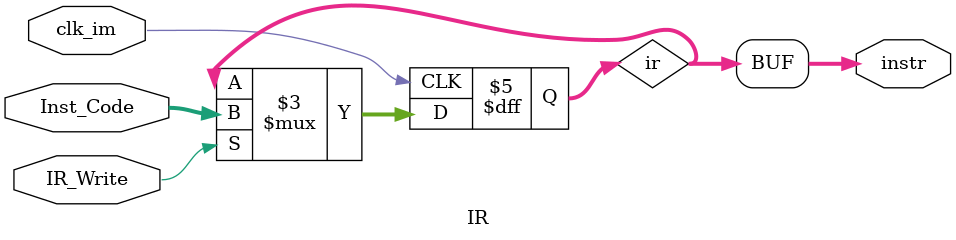
<source format=v>
`timescale 1ns / 1ps

module IR(
    input IR_Write,
    input clk_im,
    input [31:0] Inst_Code,
    output [31:0] instr
    );
    
    reg [31:0] ir;
    always@(negedge clk_im)
    begin
        if(IR_Write)ir = Inst_Code;
    end
    assign instr = ir;
endmodule

</source>
